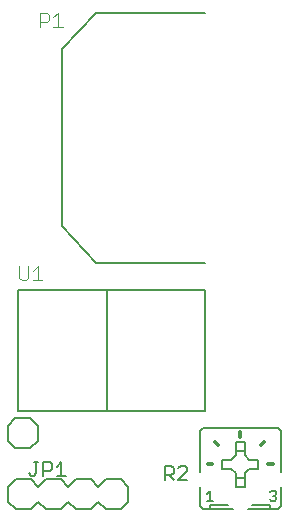
<source format=gto>
G75*
G70*
%OFA0B0*%
%FSLAX24Y24*%
%IPPOS*%
%LPD*%
%AMOC8*
5,1,8,0,0,1.08239X$1,22.5*
%
%ADD10C,0.0060*%
%ADD11C,0.0120*%
%ADD12C,0.0050*%
%ADD13C,0.0080*%
%ADD14C,0.0040*%
D10*
X000637Y002435D02*
X001137Y002435D01*
X001387Y002685D01*
X001387Y003185D01*
X001137Y003435D01*
X000637Y003435D01*
X000387Y003185D01*
X000387Y002685D01*
X000637Y002435D01*
X006785Y003000D02*
X006785Y001650D01*
X006785Y001150D02*
X006785Y000500D01*
X006885Y000400D01*
X007135Y000400D01*
X007885Y000400D01*
X007735Y000550D02*
X007135Y000550D01*
X007135Y000400D01*
X007535Y001750D02*
X007835Y001750D01*
X007985Y001600D01*
X007985Y001450D01*
X007985Y001150D01*
X008285Y001150D01*
X008285Y001450D01*
X008285Y001600D01*
X008435Y001750D01*
X008735Y001750D01*
X008735Y002050D01*
X008435Y002050D01*
X008285Y002200D01*
X008285Y002350D01*
X008285Y002650D01*
X007985Y002650D01*
X007985Y002350D01*
X007985Y002200D01*
X007835Y002050D01*
X007535Y002050D01*
X007535Y001750D01*
X007985Y001450D02*
X008285Y001450D01*
X008285Y002350D02*
X007985Y002350D01*
X006885Y003100D02*
X006785Y003000D01*
X006885Y003100D02*
X009385Y003100D01*
X009485Y003000D01*
X009485Y001650D01*
X009485Y001150D02*
X009485Y000500D01*
X009385Y000400D01*
X009135Y000400D01*
X008385Y000400D01*
X008535Y000550D02*
X009135Y000550D01*
X009135Y000400D01*
D11*
X009075Y001900D02*
X009225Y001900D01*
X008835Y002550D02*
X008935Y002650D01*
X008135Y002820D02*
X008135Y002970D01*
X007385Y002550D02*
X007285Y002650D01*
X007195Y001900D02*
X007045Y001900D01*
D12*
X007124Y001015D02*
X007010Y000901D01*
X007124Y001015D02*
X007124Y000675D01*
X007237Y000675D02*
X007010Y000675D01*
X006372Y001385D02*
X006072Y001385D01*
X006372Y001685D01*
X006372Y001760D01*
X006297Y001835D01*
X006147Y001835D01*
X006072Y001760D01*
X005911Y001760D02*
X005911Y001610D01*
X005836Y001535D01*
X005611Y001535D01*
X005611Y001385D02*
X005611Y001835D01*
X005836Y001835D01*
X005911Y001760D01*
X005761Y001535D02*
X005911Y001385D01*
X006950Y003683D02*
X006950Y004191D01*
X006950Y005191D01*
X006950Y006191D01*
X006950Y007191D01*
X006950Y007698D01*
X003683Y007698D01*
X003683Y003683D01*
X006950Y003683D01*
X009167Y001015D02*
X009281Y001015D01*
X009337Y000958D01*
X009337Y000901D01*
X009281Y000845D01*
X009337Y000788D01*
X009337Y000731D01*
X009281Y000675D01*
X009167Y000675D01*
X009110Y000731D01*
X009224Y000845D02*
X009281Y000845D01*
X009110Y000958D02*
X009167Y001015D01*
X006950Y008604D02*
X003328Y008604D01*
X002187Y009824D01*
X002187Y015730D01*
X003328Y016950D01*
X006950Y016950D01*
X003683Y007698D02*
X000730Y007698D01*
X000730Y003683D01*
X003683Y003683D01*
X002320Y001522D02*
X002020Y001522D01*
X001860Y001747D02*
X001785Y001672D01*
X001559Y001672D01*
X001559Y001522D02*
X001559Y001973D01*
X001785Y001973D01*
X001860Y001897D01*
X001860Y001747D01*
X002020Y001822D02*
X002170Y001973D01*
X002170Y001522D01*
X001324Y001597D02*
X001324Y001973D01*
X001249Y001973D02*
X001399Y001973D01*
X001324Y001597D02*
X001249Y001522D01*
X001174Y001522D01*
X001099Y001597D01*
D13*
X000395Y000645D02*
X000645Y000395D01*
X001145Y000395D01*
X001395Y000645D01*
X001645Y000395D01*
X002145Y000395D01*
X002395Y000645D01*
X002645Y000395D01*
X003145Y000395D01*
X003395Y000645D01*
X003645Y000395D01*
X004145Y000395D01*
X004395Y000645D01*
X004395Y001145D01*
X004145Y001395D01*
X003645Y001395D01*
X003395Y001145D01*
X003145Y001395D01*
X002645Y001395D01*
X002395Y001145D01*
X002145Y001395D01*
X001645Y001395D01*
X001395Y001145D01*
X001145Y001395D01*
X000645Y001395D01*
X000395Y001145D01*
X000395Y000645D01*
D14*
X000843Y008037D02*
X000996Y008037D01*
X001073Y008114D01*
X001073Y008498D01*
X001227Y008344D02*
X001380Y008498D01*
X001380Y008037D01*
X001227Y008037D02*
X001533Y008037D01*
X000843Y008037D02*
X000766Y008114D01*
X000766Y008498D01*
X001447Y016486D02*
X001447Y016947D01*
X001677Y016947D01*
X001754Y016870D01*
X001754Y016716D01*
X001677Y016640D01*
X001447Y016640D01*
X001908Y016793D02*
X002061Y016947D01*
X002061Y016486D01*
X001908Y016486D02*
X002215Y016486D01*
M02*

</source>
